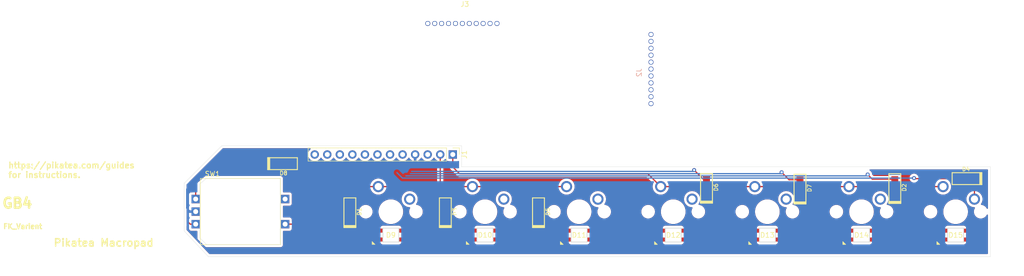
<source format=kicad_pcb>
(kicad_pcb (version 20211014) (generator pcbnew)
  (layers (0 "F.Cu" signal) (31 "B.Cu" signal) (34 "B.Paste" user) (35 "F.Paste" user) (36 "B.SilkS" user "B.Silkscreen") (37 "F.SilkS" user "F.Silkscreen") (38 "B.Mask" user) (39 "F.Mask" user) (44 "Edge.Cuts" user))
  (net 0 "")
  (net 1 "GND")
  (net 2 "/A0")
  (net 3 "/D9")
  (net 4 "/D6")
  (net 5 "/D5")
  (net 6 "/D4")
  (net 7 "/D3")
  (net 8 "/D2")
  (net 9 "/D8")
  (net 10 "/D7")
  (net 11 "Net-(MX1-Pad1)")
  (net 12 "Net-(D2-Pad1)")
  (net 13 "Net-(MX2-Pad1)")
  (net 14 "Net-(D4-Pad1)")
  (net 15 "Net-(MX3-Pad1)")
  (net 16 "Net-(MX4-Pad1)")
  (net 17 "Net-(MX5-Pad1)")
  (net 18 "Net-(SW1-PadS1)")
  (net 32 "Net-(D10-Pad4)")
  (net 33 "/31")
  (net 34 "VCC")
  (net 35 "Net-(D10-Pad1)")
  (net 36 "Net-(D11-Pad1)")
  (net 37 "Net-(D12-Pad1)")
  (net 38 "Net-(D13-Pad1)")
  (net 39 "Net-(D14-Pad1)")
  (footprint "Pikatea Macropad Encoder Side Mount:Encoder-BI_EN11_HSM0E" (layer "F.Cu") (at 100.4 104.9)
    (fp_text reference "SW1" (at -5.658 -7.618) (layer "F.SilkS"))
    (fp_text value "Rotary_Encoder_Switch")
    (fp_line (start -8.1 -6.7) (end 8.1 -6.7) (layer "F.SilkS") (width 0.12))
    (fp_line (start 8.1 6.7) (end -8.1 6.7) (layer "F.SilkS") (width 0.12))
    (fp_line (start 8.1 6.7) (end 8.1 -6.7) (layer "F.SilkS") (width 0.12))
    (fp_line (start -8.1 6.7) (end -8.1 -6.7) (layer "F.SilkS") (width 0.12))
    (pad "A" thru_hole rect locked (at -9.05 2.54) (size 1.7 1.7) (drill 1) (layers *.Cu *.Mask) (net 6 "/D4"))
    (pad "B" thru_hole rect locked (at -9.05 -2.54) (size 1.7 1.7) (drill 1) (layers *.Cu *.Mask) (net 7 "/D3"))
    (pad "C" thru_hole rect locked (at -9.05 0) (size 1.7 1.7) (drill 1) (layers *.Cu *.Mask) (net 1 "GND"))
    (pad "S1" thru_hole rect locked (at 9.05 -2.54) (size 1.7 1.7) (drill 1) (layers *.Cu *.Mask) (net 18 "Net-(SW1-PadS1)"))
    (pad "S2" thru_hole rect locked (at 9.05 2.54) (size 1.7 1.7) (drill 1) (layers *.Cu *.Mask) (net 2 "/A0"))
  )
  (footprint "Pikatea Macropad Encoder Side Mount:Breakaway-Throughole" (layer "F.Cu") (at 183.5 76.15 90)
    (fp_text reference "J2" (at -0.635 -2.413 90) (layer "B.SilkS") (effects (justify mirror)))
    (fp_text value "Conn_01x06_Male")
    (pad "1" thru_hole circle locked (at 5.7 0 90) (size 1 1) (drill 0.75) (layers *.Cu *.Mask))
    (pad "1" thru_hole circle locked (at 1.5 0 90) (size 1 1) (drill 0.75) (layers *.Cu *.Mask))
    (pad "1" thru_hole circle locked (at 4.3 0 90) (size 1 1) (drill 0.75) (layers *.Cu *.Mask))
    (pad "1" thru_hole circle locked (at 7.1 0 90) (size 1 1) (drill 0.75) (layers *.Cu *.Mask))
    (pad "1" thru_hole circle locked (at -6.9 0 90) (size 1 1) (drill 0.75) (layers *.Cu *.Mask))
    (pad "1" thru_hole circle locked (at 2.9 0 90) (size 1 1) (drill 0.75) (layers *.Cu *.Mask))
    (pad "2" thru_hole circle locked (at -1.3 0 90) (size 1 1) (drill 0.75) (layers *.Cu *.Mask))
    (pad "3" thru_hole circle locked (at -2.7 0 90) (size 1 1) (drill 0.75) (layers *.Cu *.Mask))
    (pad "4" thru_hole circle locked (at 0.1 0 90) (size 1 1) (drill 0.75) (layers *.Cu *.Mask))
    (pad "5" thru_hole circle locked (at -4.1 0 90) (size 1 1) (drill 0.75) (layers *.Cu *.Mask))
    (pad "6" thru_hole circle locked (at -5.5 0 90) (size 1 1) (drill 0.75) (layers *.Cu *.Mask))
  )
  (footprint "Connector_PinHeader_2.54mm:PinHeader_1x12_P2.54mm_Vertical" (layer "F.Cu") (at 143.383 93.345 -90)
    (fp_text reference "J1" (at 0 -2.33 90) (layer "F.SilkS"))
    (fp_text value "Conn_01x12_Female")
    (fp_line (start -1.33 1.27) (end 1.33 1.27) (layer "F.SilkS") (width 0.12))
    (fp_line (start -1.33 29.27) (end 1.33 29.27) (layer "F.SilkS") (width 0.12))
    (fp_line (start 1.33 1.27) (end 1.33 29.27) (layer "F.SilkS") (width 0.12))
    (fp_line (start -1.33 1.27) (end -1.33 29.27) (layer "F.SilkS") (width 0.12))
    (fp_line (start -1.33 0) (end -1.33 -1.33) (layer "F.SilkS") (width 0.12))
    (fp_line (start -1.33 -1.33) (end 0 -1.33) (layer "F.SilkS") (width 0.12))
    (pad "1" thru_hole rect locked (at 0 0 270) (size 1.7 1.7) (drill 1) (layers *.Cu *.Mask) (net 9 "/D8"))
    (pad "2" thru_hole oval locked (at 0 2.54 270) (size 1.7 1.7) (drill 1) (layers *.Cu *.Mask) (net 2 "/A0"))
    (pad "3" thru_hole oval locked (at 0 5.08 270) (size 1.7 1.7) (drill 1) (layers *.Cu *.Mask))
    (pad "4" thru_hole oval locked (at 0 7.62 270) (size 1.7 1.7) (drill 1) (layers *.Cu *.Mask) (net 1 "GND"))
    (pad "5" thru_hole oval locked (at 0 10.16 270) (size 1.7 1.7) (drill 1) (layers *.Cu *.Mask) (net 4 "/D6"))
    (pad "6" thru_hole oval locked (at 0 12.7 270) (size 1.7 1.7) (drill 1) (layers *.Cu *.Mask))
    (pad "7" thru_hole oval locked (at 0 15.24 270) (size 1.7 1.7) (drill 1) (layers *.Cu *.Mask) (net 10 "/D7"))
    (pad "8" thru_hole oval locked (at 0 17.78 270) (size 1.7 1.7) (drill 1) (layers *.Cu *.Mask) (net 3 "/D9"))
    (pad "9" thru_hole oval locked (at 0 20.32 270) (size 1.7 1.7) (drill 1) (layers *.Cu *.Mask) (net 5 "/D5"))
    (pad "10" thru_hole oval locked (at 0 22.86 270) (size 1.7 1.7) (drill 1) (layers *.Cu *.Mask) (net 8 "/D2"))
    (pad "11" thru_hole oval locked (at 0 25.4 270) (size 1.7 1.7) (drill 1) (layers *.Cu *.Mask) (net 7 "/D3"))
    (pad "12" thru_hole oval locked (at 0 27.94 270) (size 1.7 1.7) (drill 1) (layers *.Cu *.Mask) (net 6 "/D4"))
  )
  (footprint "keyboard_parts:D_SOD123W_hand" (layer "F.Cu") (at 122.55 104.925 90)
    (fp_text reference "D1" (at 0 1.925 90) (layer "F.SilkS") (effects (font (size 0.8 0.8))))
    (fp_text value "1N4148" hide)
    (fp_line (start -2.8 -1.2) (end -2.8 1.2) (layer "F.SilkS") (width 0.2))
    (fp_line (start 2.8 -1.2) (end 2.8 1.2) (layer "F.SilkS") (width 0.2))
    (fp_line (start -3.2 -1.2) (end 2.8 -1.2) (layer "F.SilkS") (width 0.2))
    (fp_line (start -3.2 1.2) (end -3.2 -1.2) (layer "F.SilkS") (width 0.2))
    (fp_line (start 2.8 1.2) (end -3.2 1.2) (layer "F.SilkS") (width 0.2))
    (fp_line (start -3.075 1.2) (end -3.075 -1.2) (layer "F.SilkS") (width 0.2))
    (fp_line (start -2.925 -1.2) (end -2.925 1.2) (layer "F.SilkS") (width 0.2))
    (pad "1" smd rect locked (at -1.7 0 90) (size 1.2 1.4) (layers "F.Cu" "F.Paste" "F.Mask") (net 11 "Net-(MX1-Pad1)"))
    (pad "2" smd rect locked (at 1.7 0 90) (size 1.2 1.4) (layers "F.Cu" "F.Paste" "F.Mask") (net 5 "/D5"))
  )
  (footprint "keyboard_parts:D_SOD123W_hand" (layer "F.Cu") (at 194.73 99.99 90)
    (fp_text reference "D6" (at 0 1.925 90) (layer "F.SilkS") (effects (font (size 0.8 0.8))))
    (fp_text value "1N4148" hide)
    (fp_line (start -3.2 1.2) (end -3.2 -1.2) (layer "F.SilkS") (width 0.2))
    (fp_line (start 2.8 1.2) (end -3.2 1.2) (layer "F.SilkS") (width 0.2))
    (fp_line (start -2.925 -1.2) (end -2.925 1.2) (layer "F.SilkS") (width 0.2))
    (fp_line (start 2.8 -1.2) (end 2.8 1.2) (layer "F.SilkS") (width 0.2))
    (fp_line (start -3.075 1.2) (end -3.075 -1.2) (layer "F.SilkS") (width 0.2))
    (fp_line (start -3.2 -1.2) (end 2.8 -1.2) (layer "F.SilkS") (width 0.2))
    (fp_line (start -2.8 -1.2) (end -2.8 1.2) (layer "F.SilkS") (width 0.2))
    (pad "1" smd rect locked (at -1.7 0 90) (size 1.2 1.4) (layers "F.Cu" "F.Paste" "F.Mask") (net 16 "Net-(MX4-Pad1)"))
    (pad "2" smd rect locked (at 1.7 0 90) (size 1.2 1.4) (layers "F.Cu" "F.Paste" "F.Mask") (net 10 "/D7"))
  )
  (footprint "keyboard_parts:D_SOD123W_hand" (layer "F.Cu") (at 213.65 100.15 90)
    (fp_text reference "D7" (at 0 1.925 90) (layer "F.SilkS") (effects (font (size 0.8 0.8))))
    (fp_text value "1N4148" hide)
    (fp_line (start -3.2 -1.2) (end 2.8 -1.2) (layer "F.SilkS") (width 0.2))
    (fp_line (start -3.2 1.2) (end -3.2 -1.2) (layer "F.SilkS") (width 0.2))
    (fp_line (start -3.075 1.2) (end -3.075 -1.2) (layer "F.SilkS") (width 0.2))
    (fp_line (start 2.8 -1.2) (end 2.8 1.2) (layer "F.SilkS") (width 0.2))
    (fp_line (start -2.925 -1.2) (end -2.925 1.2) (layer "F.SilkS") (width 0.2))
    (fp_line (start 2.8 1.2) (end -3.2 1.2) (layer "F.SilkS") (width 0.2))
    (fp_line (start -2.8 -1.2) (end -2.8 1.2) (layer "F.SilkS") (width 0.2))
    (pad "1" smd rect locked (at -1.7 0 90) (size 1.2 1.4) (layers "F.Cu" "F.Paste" "F.Mask") (net 17 "Net-(MX5-Pad1)"))
    (pad "2" smd rect locked (at 1.7 0 90) (size 1.2 1.4) (layers "F.Cu" "F.Paste" "F.Mask") (net 8 "/D2"))
  )
  (footprint "keyboard_parts:D_SOD123W_hand" (layer "F.Cu") (at 160.725 104.925 90)
    (fp_text reference "D5" (at 0 1.925 90) (layer "F.SilkS") (effects (font (size 0.8 0.8))))
    (fp_text value "1N4148" hide)
    (fp_line (start 2.8 1.2) (end -3.2 1.2) (layer "F.SilkS") (width 0.2))
    (fp_line (start -3.075 1.2) (end -3.075 -1.2) (layer "F.SilkS") (width 0.2))
    (fp_line (start -3.2 -1.2) (end 2.8 -1.2) (layer "F.SilkS") (width 0.2))
    (fp_line (start -2.8 -1.2) (end -2.8 1.2) (layer "F.SilkS") (width 0.2))
    (fp_line (start -2.925 -1.2) (end -2.925 1.2) (layer "F.SilkS") (width 0.2))
    (fp_line (start 2.8 -1.2) (end 2.8 1.2) (layer "F.SilkS") (width 0.2))
    (fp_line (start -3.2 1.2) (end -3.2 -1.2) (layer "F.SilkS") (width 0.2))
    (pad "1" smd rect locked (at -1.7 0 90) (size 1.2 1.4) (layers "F.Cu" "F.Paste" "F.Mask") (net 15 "Net-(MX3-Pad1)"))
    (pad "2" smd rect locked (at 1.7 0 90) (size 1.2 1.4) (layers "F.Cu" "F.Paste" "F.Mask") (net 10 "/D7"))
  )
  (footprint "Pikatea Macropad Encoder Side Mount:Breakaway-Throughole" (layer "F.Cu") (at 145.225 66.825)
    (fp_text reference "J3" (at 0.6 -3.9) (layer "F.SilkS"))
    (fp_text value "Conn_01x06_Male")
    (pad "1" thru_hole circle locked (at 1.5 0) (size 1 1) (drill 0.75) (layers *.Cu *.Mask))
    (pad "1" thru_hole circle locked (at 7.1 0) (size 1 1) (drill 0.75) (layers *.Cu *.Mask))
    (pad "1" thru_hole circle locked (at 5.7 0) (size 1 1) (drill 0.75) (layers *.Cu *.Mask))
    (pad "1" thru_hole circle locked (at -6.9 0) (size 1 1) (drill 0.75) (layers *.Cu *.Mask))
    (pad "1" thru_hole circle locked (at 4.3 0) (size 1 1) (drill 0.75) (layers *.Cu *.Mask))
    (pad "1" thru_hole circle locked (at 2.9 0) (size 1 1) (drill 0.75) (layers *.Cu *.Mask))
    (pad "2" thru_hole circle locked (at -1.3 0) (size 1 1) (drill 0.75) (layers *.Cu *.Mask))
    (pad "3" thru_hole circle locked (at -2.7 0) (size 1 1) (drill 0.75) (layers *.Cu *.Mask))
    (pad "4" thru_hole circle locked (at 0.1 0) (size 1 1) (drill 0.75) (layers *.Cu *.Mask))
    (pad "5" thru_hole circle locked (at -4.1 0) (size 1 1) (drill 0.75) (layers *.Cu *.Mask))
    (pad "6" thru_hole circle locked (at -5.5 0) (size 1 1) (drill 0.75) (layers *.Cu *.Mask))
  )
  (footprint "keyboard_parts:D_SOD123W_hand" (layer "F.Cu") (at 232.84 100.04 90)
    (fp_text reference "D2" (at 0 1.925 90) (layer "F.SilkS") (effects (font (size 0.8 0.8))))
    (fp_text value "1N4148" hide)
    (fp_line (start -3.2 -1.2) (end 2.8 -1.2) (layer "F.SilkS") (width 0.2))
    (fp_line (start 2.8 1.2) (end -3.2 1.2) (layer "F.SilkS") (width 0.2))
    (fp_line (start -2.925 -1.2) (end -2.925 1.2) (layer "F.SilkS") (width 0.2))
    (fp_line (start -2.8 -1.2) (end -2.8 1.2) (layer "F.SilkS") (width 0.2))
    (fp_line (start -3.075 1.2) (end -3.075 -1.2) (layer "F.SilkS") (width 0.2))
    (fp_line (start -3.2 1.2) (end -3.2 -1.2) (layer "F.SilkS") (width 0.2))
    (fp_line (start 2.8 -1.2) (end 2.8 1.2) (layer "F.SilkS") (width 0.2))
    (pad "1" smd rect locked (at -1.7 0 90) (size 1.2 1.4) (layers "F.Cu" "F.Paste" "F.Mask") (net 12 "Net-(D2-Pad1)"))
    (pad "2" smd rect locked (at 1.7 0 90) (size 1.2 1.4) (layers "F.Cu" "F.Paste" "F.Mask") (net 5 "/D5"))
  )
  (footprint "keyboard_parts:D_SOD123W_hand" (layer "F.Cu") (at 247.25 98.23 180)
    (fp_text reference "D4" (at 0 1.925) (layer "F.SilkS") (effects (font (size 0.8 0.8))))
    (fp_text value "1N4148" hide)
    (fp_line (start -3.2 -1.2) (end 2.8 -1.2) (layer "F.SilkS") (width 0.2))
    (fp_line (start -3.2 1.2) (end -3.2 -1.2) (layer "F.SilkS") (width 0.2))
    (fp_line (start -3.075 1.2) (end -3.075 -1.2) (layer "F.SilkS") (width 0.2))
    (fp_line (start -2.925 -1.2) (end -2.925 1.2) (layer "F.SilkS") (width 0.2))
    (fp_line (start -2.8 -1.2) (end -2.8 1.2) (layer "F.SilkS") (width 0.2))
    (fp_line (start 2.8 -1.2) (end 2.8 1.2) (layer "F.SilkS") (width 0.2))
    (fp_line (start 2.8 1.2) (end -3.2 1.2) (layer "F.SilkS") (width 0.2))
    (pad "1" smd rect locked (at -1.7 0 180) (size 1.2 1.4) (layers "F.Cu" "F.Paste" "F.Mask") (net 14 "Net-(D4-Pad1)"))
    (pad "2" smd rect locked (at 1.7 0 180) (size 1.2 1.4) (layers "F.Cu" "F.Paste" "F.Mask") (net 3 "/D9"))
  )
  (footprint "keyboard_parts:D_SOD123W_hand" (layer "F.Cu") (at 109.125 95.2)
    (fp_text reference "D8" (at 0 1.925) (layer "F.SilkS") (effects (font (size 0.8 0.8))))
    (fp_text value "1N4148" hide)
    (fp_line (start -3.2 -1.2) (end 2.8 -1.2) (layer "F.SilkS") (width 0.2))
    (fp_line (start -2.8 -1.2) (end -2.8 1.2) (layer "F.SilkS") (width 0.2))
    (fp_line (start 2.8 -1.2) (end 2.8 1.2) (layer "F.SilkS") (width 0.2))
    (fp_line (start -3.2 1.2) (end -3.2 -1.2) (layer "F.SilkS") (width 0.2))
    (fp_line (start -2.925 -1.2) (end -2.925 1.2) (layer "F.SilkS") (width 0.2))
    (fp_line (start 2.8 1.2) (end -3.2 1.2) (layer "F.SilkS") (width 0.2))
    (fp_line (start -3.075 1.2) (end -3.075 -1.2) (layer "F.SilkS") (width 0.2))
    (pad "1" smd rect locked (at -1.7 0) (size 1.2 1.4) (layers "F.Cu" "F.Paste" "F.Mask") (net 18 "Net-(SW1-PadS1)"))
    (pad "2" smd rect locked (at 1.7 0) (size 1.2 1.4) (layers "F.Cu" "F.Paste" "F.Mask") (net 8 "/D2"))
  )
  (footprint "keyboard_parts:D_SOD123W_hand" (layer "F.Cu") (at 141.875 104.925 90)
    (fp_text reference "D3" (at 0 1.925 90) (layer "F.SilkS") (effects (font (size 0.8 0.8))))
    (fp_text value "1N4148" hide)
    (fp_line (start -3.2 1.2) (end -3.2 -1.2) (layer "F.SilkS") (width 0.2))
    (fp_line (start -3.2 -1.2) (end 2.8 -1.2) (layer "F.SilkS") (width 0.2))
    (fp_line (start 2.8 -1.2) (end 2.8 1.2) (layer "F.SilkS") (width 0.2))
    (fp_line (start -3.075 1.2) (end -3.075 -1.2) (layer "F.SilkS") (width 0.2))
    (fp_line (start 2.8 1.2) (end -3.2 1.2) (layer "F.SilkS") (width 0.2))
    (fp_line (start -2.925 -1.2) (end -2.925 1.2) (layer "F.SilkS") (width 0.2))
    (fp_line (start -2.8 -1.2) (end -2.8 1.2) (layer "F.SilkS") (width 0.2))
    (pad "1" smd rect locked (at -1.7 0 90) (size 1.2 1.4) (layers "F.Cu" "F.Paste" "F.Mask") (net 13 "Net-(MX2-Pad1)"))
    (pad "2" smd rect locked (at 1.7 0 90) (size 1.2 1.4) (layers "F.Cu" "F.Paste" "F.Mask") (net 3 "/D9"))
  )
  (footprint "MX_Only:MXOnly-1U-SquareCutLED" (layer "B.Cu") (at 130.85 104.92 180)
    (fp_text reference "MX1")
    (fp_text value "MX-LED")
    (fp_line (start 1.6 -3.33) (end 1.6 -6.13) (layer "Edge.Cuts") (width 0.12))
    (fp_line (start -1.6 -3.33) (end 1.6 -3.33) (layer "Edge.Cuts") (width 0.12))
    (fp_line (start -1.6 -6.13) (end 1.6 -6.13) (layer "Edge.Cuts") (width 0.12))
    (fp_line (start -1.6 -3.33) (end -1.6 -6.13) (layer "Edge.Cuts") (width 0.12))
    (pad "" np_thru_hole circle locked (at 5.08 0 131.9004) (size 1.75 1.75) (drill 1.75) (layers *.Cu *.Mask))
    (pad "" np_thru_hole circle locked (at 0 0 180) (size 3.9878 3.9878) (drill 3.9878) (layers *.Cu *.Mask))
    (pad "" np_thru_hole circle locked (at -5.08 0 131.9004) (size 1.75 1.75) (drill 1.75) (layers *.Cu *.Mask))
    (pad "1" thru_hole circle locked (at -3.81 2.54 180) (size 2.25 2.25) (drill 1.47) (layers *.Cu "F.Mask") (net 11 "Net-(MX1-Pad1)"))
    (pad "2" thru_hole circle locked (at 2.54 5.08 180) (size 2.25 2.25) (drill 1.47) (layers *.Cu "F.Mask") (net 2 "/A0"))
  )
  (footprint "MX_Only:MXOnly-1U-SquareCutLED" (layer "B.Cu") (at 149.9 104.92 180)
    (fp_text reference "MX2")
    (fp_text value "MX-LED")
    (fp_line (start -1.6 -6.13) (end 1.6 -6.13) (layer "Edge.Cuts") (width 0.12))
    (fp_line (start -1.6 -3.33) (end -1.6 -6.13) (layer "Edge.Cuts") (width 0.12))
    (fp_line (start -1.6 -3.33) (end 1.6 -3.33) (layer "Edge.Cuts") (width 0.12))
    (fp_line (start 1.6 -3.33) (end 1.6 -6.13) (layer "Edge.Cuts") (width 0.12))
    (pad "" np_thru_hole circle locked (at -5.08 0 131.9004) (size 1.75 1.75) (drill 1.75) (layers *.Cu *.Mask))
    (pad "" np_thru_hole circle locked (at 0 0 180) (size 3.9878 3.9878) (drill 3.9878) (layers *.Cu *.Mask))
    (pad "" np_thru_hole circle locked (at 5.08 0 131.9004) (size 1.75 1.75) (drill 1.75) (layers *.Cu *.Mask))
    (pad "1" thru_hole circle locked (at -3.81 2.54 180) (size 2.25 2.25) (drill 1.47) (layers *.Cu "F.Mask") (net 13 "Net-(MX2-Pad1)"))
    (pad "2" thru_hole circle locked (at 2.54 5.08 180) (size 2.25 2.25) (drill 1.47) (layers *.Cu "F.Mask") (net 2 "/A0"))
  )
  (footprint "MX_Only:MXOnly-1U-SquareCutLED" (layer "B.Cu") (at 168.95 104.92 180)
    (fp_text reference "MX3")
    (fp_text value "MX-LED")
    (fp_line (start -1.6 -3.33) (end -1.6 -6.13) (layer "Edge.Cuts") (width 0.12))
    (fp_line (start -1.6 -3.33) (end 1.6 -3.33) (layer "Edge.Cuts") (width 0.12))
    (fp_line (start -1.6 -6.13) (end 1.6 -6.13) (layer "Edge.Cuts") (width 0.12))
    (fp_line (start 1.6 -3.33) (end 1.6 -6.13) (layer "Edge.Cuts") (width 0.12))
    (pad "" np_thru_hole circle locked (at 5.08 0 131.9004) (size 1.75 1.75) (drill 1.75) (layers *.Cu *.Mask))
    (pad "" np_thru_hole circle locked (at 0 0 180) (size 3.9878 3.9878) (drill 3.9878) (layers *.Cu *.Mask))
    (pad "" np_thru_hole circle locked (at -5.08 0 131.9004) (size 1.75 1.75) (drill 1.75) (layers *.Cu *.Mask))
    (pad "1" thru_hole circle locked (at -3.81 2.54 180) (size 2.25 2.25) (drill 1.47) (layers *.Cu "F.Mask") (net 15 "Net-(MX3-Pad1)"))
    (pad "2" thru_hole circle locked (at 2.54 5.08 180) (size 2.25 2.25) (drill 1.47) (layers *.Cu "F.Mask") (net 2 "/A0"))
  )
  (footprint "MX_Only:MXOnly-1U-SquareCutLED" (layer "B.Cu") (at 188 104.92 180)
    (fp_text reference "MX4")
    (fp_text value "MX-LED")
    (fp_line (start -1.6 -3.33) (end -1.6 -6.13) (layer "Edge.Cuts") (width 0.12))
    (fp_line (start -1.6 -3.33) (end 1.6 -3.33) (layer "Edge.Cuts") (width 0.12))
    (fp_line (start 1.6 -3.33) (end 1.6 -6.13) (layer "Edge.Cuts") (width 0.12))
    (fp_line (start -1.6 -6.13) (end 1.6 -6.13) (layer "Edge.Cuts") (width 0.12))
    (pad "" np_thru_hole circle locked (at 0 0 180) (size 3.9878 3.9878) (drill 3.9878) (layers *.Cu *.Mask))
    (pad "" np_thru_hole circle locked (at -5.08 0 131.9004) (size 1.75 1.75) (drill 1.75) (layers *.Cu *.Mask))
    (pad "" np_thru_hole circle locked (at 5.08 0 131.9004) (size 1.75 1.75) (drill 1.75) (layers *.Cu *.Mask))
    (pad "1" thru_hole circle locked (at -3.81 2.54 180) (size 2.25 2.25) (drill 1.47) (layers *.Cu "F.Mask") (net 16 "Net-(MX4-Pad1)"))
    (pad "2" thru_hole circle locked (at 2.54 5.08 180) (size 2.25 2.25) (drill 1.47) (layers *.Cu "F.Mask") (net 9 "/D8"))
  )
  (footprint "MX_Only:MXOnly-1U-SquareCutLED" (layer "B.Cu") (at 207.05 104.92 180)
    (fp_text reference "MX5")
    (fp_text value "MX-LED")
    (fp_line (start 1.6 -3.33) (end 1.6 -6.13) (layer "Edge.Cuts") (width 0.12))
    (fp_line (start -1.6 -3.33) (end 1.6 -3.33) (layer "Edge.Cuts") (width 0.12))
    (fp_line (start -1.6 -3.33) (end -1.6 -6.13) (layer "Edge.Cuts") (width 0.12))
    (fp_line (start -1.6 -6.13) (end 1.6 -6.13) (layer "Edge.Cuts") (width 0.12))
    (pad "" np_thru_hole circle locked (at -5.08 0 131.9004) (size 1.75 1.75) (drill 1.75) (layers *.Cu *.Mask))
    (pad "" np_thru_hole circle locked (at 0 0 180) (size 3.9878 3.9878) (drill 3.9878) (layers *.Cu *.Mask))
    (pad "" np_thru_hole circle locked (at 5.08 0 131.9004) (size 1.75 1.75) (drill 1.75) (layers *.Cu *.Mask))
    (pad "1" thru_hole circle locked (at -3.81 2.54 180) (size 2.25 2.25) (drill 1.47) (layers *.Cu "F.Mask") (net 17 "Net-(MX5-Pad1)"))
    (pad "2" thru_hole circle locked (at 2.54 5.08 180) (size 2.25 2.25) (drill 1.47) (layers *.Cu "F.Mask") (net 9 "/D8"))
  )
  (footprint "Pikatea:TONYU-DY-S352818-RGBC" (layer "B.Cu") (at 226.11 109.66)
    (fp_text reference "D14" (at 0 0) (layer "F.SilkS"))
    (fp_text value "APA-106-F5")
    (fp_poly (pts (xy -3.8 1.3) (xy -3.8 1.9) (xy -3.2 1.9)) (layer "F.SilkS") (width 0.1) (fill solid))
    (pad "1" smd rect locked (at 2.6 0.9) (size 1.8 0.82) (layers "F.Cu" "F.Paste" "F.Mask") (net 39 "Net-(D14-Pad1)"))
    (pad "2" smd rect locked (at -2.6 0.9 180) (size 1.8 0.82) (layers "F.Cu" "F.Paste" "F.Mask") (net 1 "GND"))
    (pad "3" smd rect locked (at 2.6 -0.9) (size 1.8 0.82) (layers "F.Cu" "F.Paste" "F.Mask") (net 34 "VCC"))
    (pad "4" smd rect locked (at -2.6 -0.9 180) (size 1.8 0.82) (layers "F.Cu" "F.Paste" "F.Mask") (net 38 "Net-(D13-Pad1)"))
  )
  (footprint "Pikatea:TONYU-DY-S352818-RGBC" (layer "B.Cu") (at 130.85 109.65)
    (fp_text reference "D9" (at 0 0) (layer "F.SilkS"))
    (fp_text value "APA-106-F5")
    (fp_poly (pts (xy -3.8 1.3) (xy -3.8 1.9) (xy -3.2 1.9)) (layer "F.SilkS") (width 0.1) (fill solid))
    (pad "1" smd rect locked (at 2.6 0.9) (size 1.8 0.82) (layers "F.Cu" "F.Paste" "F.Mask") (net 32 "Net-(D10-Pad4)"))
    (pad "2" smd rect locked (at -2.6 0.9 180) (size 1.8 0.82) (layers "F.Cu" "F.Paste" "F.Mask") (net 1 "GND"))
    (pad "3" smd rect locked (at 2.6 -0.9) (size 1.8 0.82) (layers "F.Cu" "F.Paste" "F.Mask") (net 34 "VCC"))
    (pad "4" smd rect locked (at -2.6 -0.9 180) (size 1.8 0.82) (layers "F.Cu" "F.Paste" "F.Mask") (net 33 "/31"))
  )
  (footprint "MX_Only:MXOnly-1U-SquareCutLED" (layer "B.Cu") (at 245.15 104.92 180)
    (fp_text reference "MX7")
    (fp_text value "MX-LED")
    (fp_line (start -1.6 -3.33) (end 1.6 -3.33) (layer "Edge.Cuts") (width 0.12))
    (fp_line (start -1.6 -6.13) (end 1.6 -6.13) (layer "Edge.Cuts") (width 0.12))
    (fp_line (start 1.6 -3.33) (end 1.6 -6.13) (layer "Edge.Cuts") (width 0.12))
    (fp_line (start -1.6 -3.33) (end -1.6 -6.13) (layer "Edge.Cuts") (width 0.12))
    (pad "" np_thru_hole circle (at 5.08 0 131.9004) (size 1.75 1.75) (drill 1.75) (layers *.Cu *.Mask))
    (pad "" np_thru_hole circle (at 0 0 180) (size 3.9878 3.9878) (drill 3.9878) (layers *.Cu *.Mask))
    (pad "" np_thru_hole circle (at -5.08 0 131.9004) (size 1.75 1.75) (drill 1.75) (layers *.Cu *.Mask))
    (pad "1" thru_hole circle (at -3.81 2.54 180) (size 2.25 2.25) (drill 1.47) (layers *.Cu "F.Mask") (net 14 "Net-(D4-Pad1)"))
    (pad "2" thru_hole circle (at 2.54 5.08 180) (size 2.25 2.25) (drill 1.47) (layers *.Cu "F.Mask") (net 9 "/D8"))
  )
  (footprint "Pikatea:TONYU-DY-S352818-RGBC" (layer "B.Cu") (at 207.05 109.66)
    (fp_text reference "D13" (at 0 0) (layer "F.SilkS"))
    (fp_text value "APA-106-F5")
    (fp_poly (pts (xy -3.8 1.3) (xy -3.8 1.9) (xy -3.2 1.9)) (layer "F.SilkS") (width 0.1) (fill solid))
    (pad "1" smd rect locked (at 2.6 0.9) (size 1.8 0.82) (layers "F.Cu" "F.Paste" "F.Mask") (net 38 "Net-(D13-Pad1)"))
    (pad "2" smd rect locked (at -2.6 0.9 180) (size 1.8 0.82) (layers "F.Cu" "F.Paste" "F.Mask") (net 1 "GND"))
    (pad "3" smd rect locked (at 2.6 -0.9) (size 1.8 0.82) (layers "F.Cu" "F.Paste" "F.Mask") (net 34 "VCC"))
    (pad "4" smd rect locked (at -2.6 -0.9 180) (size 1.8 0.82) (layers "F.Cu" "F.Paste" "F.Mask") (net 37 "Net-(D12-Pad1)"))
  )
  (footprint "Pikatea:TONYU-DY-S352818-RGBC" (layer "B.Cu") (at 168.945 109.66)
    (fp_text reference "D11" (at 0 0) (layer "F.SilkS"))
    (fp_text value "APA-106-F5")
    (fp_poly (pts (xy -3.8 1.3) (xy -3.8 1.9) (xy -3.2 1.9)) (layer "F.SilkS") (width 0.1) (fill solid))
    (pad "1" smd rect locked (at 2.6 0.9) (size 1.8 0.82) (layers "F.Cu" "F.Paste" "F.Mask") (net 36 "Net-(D11-Pad1)"))
    (pad "2" smd rect locked (at -2.6 0.9 180) (size 1.8 0.82) (layers "F.Cu" "F.Paste" "F.Mask") (net 1 "GND"))
    (pad "3" smd rect locked (at 2.6 -0.9) (size 1.8 0.82) (layers "F.Cu" "F.Paste" "F.Mask") (net 34 "VCC"))
    (pad "4" smd rect locked (at -2.6 -0.9 180) (size 1.8 0.82) (layers "F.Cu" "F.Paste" "F.Mask") (net 35 "Net-(D10-Pad1)"))
  )
  (footprint "Pikatea:TONYU-DY-S352818-RGBC" (layer "B.Cu") (at 245.15 109.66)
    (fp_text reference "D15" (at 0 0) (layer "F.SilkS"))
    (fp_text value "APA-106-F5")
    (fp_poly (pts (xy -3.8 1.3) (xy -3.8 1.9) (xy -3.2 1.9)) (layer "F.SilkS") (width 0.1) (fill solid))
    (pad "1" smd rect locked (at 2.6 0.9) (size 1.8 0.82) (layers "F.Cu" "F.Paste" "F.Mask"))
    (pad "2" smd rect locked (at -2.6 0.9 180) (size 1.8 0.82) (layers "F.Cu" "F.Paste" "F.Mask") (net 1 "GND"))
    (pad "3" smd rect locked (at 2.6 -0.9) (size 1.8 0.82) (layers "F.Cu" "F.Paste" "F.Mask") (net 34 "VCC"))
    (pad "4" smd rect locked (at -2.6 -0.9 180) (size 1.8 0.82) (layers "F.Cu" "F.Paste" "F.Mask") (net 39 "Net-(D14-Pad1)"))
  )
  (footprint "Pikatea:TONYU-DY-S352818-RGBC" (layer "B.Cu") (at 149.9 109.65)
    (fp_text reference "D10" (at 0 0) (layer "F.SilkS"))
    (fp_text value "APA-106-F5")
    (fp_poly (pts (xy -3.8 1.3) (xy -3.8 1.9) (xy -3.2 1.9)) (layer "F.SilkS") (width 0.1) (fill solid))
    (pad "1" smd rect locked (at 2.6 0.9) (size 1.8 0.82) (layers "F.Cu" "F.Paste" "F.Mask") (net 35 "Net-(D10-Pad1)"))
    (pad "2" smd rect locked (at -2.6 0.9 180) (size 1.8 0.82) (layers "F.Cu" "F.Paste" "F.Mask") (net 1 "GND"))
    (pad "3" smd rect locked (at 2.6 -0.9) (size 1.8 0.82) (layers "F.Cu" "F.Paste" "F.Mask") (net 34 "VCC"))
    (pad "4" smd rect locked (at -2.6 -0.9 180) (size 1.8 0.82) (layers "F.Cu" "F.Paste" "F.Mask") (net 32 "Net-(D10-Pad4)"))
  )
  (footprint "Pikatea:TONYU-DY-S352818-RGBC" (layer "B.Cu") (at 188 109.66)
    (fp_text reference "D12" (at 0 0) (layer "F.SilkS"))
    (fp_text value "APA-106-F5")
    (fp_poly (pts (xy -3.8 1.3) (xy -3.8 1.9) (xy -3.2 1.9)) (layer "F.SilkS") (width 0.1) (fill solid))
    (pad "1" smd rect locked (at 2.6 0.9) (size 1.8 0.82) (layers "F.Cu" "F.Paste" "F.Mask") (net 37 "Net-(D12-Pad1)"))
    (pad "2" smd rect locked (at -2.6 0.9 180) (size 1.8 0.82) (layers "F.Cu" "F.Paste" "F.Mask") (net 1 "GND"))
    (pad "3" smd rect locked (at 2.6 -0.9) (size 1.8 0.82) (layers "F.Cu" "F.Paste" "F.Mask") (net 34 "VCC"))
    (pad "4" smd rect locked (at -2.6 -0.9 180) (size 1.8 0.82) (layers "F.Cu" "F.Paste" "F.Mask") (net 36 "Net-(D11-Pad1)"))
  )
  (footprint "MX_Only:MXOnly-1U-SquareCutLED" (layer "B.Cu") (at 226.1 104.92 180)
    (fp_text reference "MX6")
    (fp_text value "MX-LED")
    (fp_line (start -1.6 -3.33) (end 1.6 -3.33) (layer "Edge.Cuts") (width 0.12))
    (fp_line (start 1.6 -3.33) (end 1.6 -6.13) (layer "Edge.Cuts") (width 0.12))
    (fp_line (start -1.6 -3.33) (end -1.6 -6.13) (layer "Edge.Cuts") (width 0.12))
    (fp_line (start -1.6 -6.13) (end 1.6 -6.13) (layer "Edge.Cuts") (width 0.12))
    (pad "" np_thru_hole circle (at 0 0 180) (size 3.9878 3.9878) (drill 3.9878) (layers *.Cu *.Mask))
    (pad "" np_thru_hole circle (at -5.08 0 131.9004) (size 1.75 1.75) (drill 1.75) (layers *.Cu *.Mask))
    (pad "" np_thru_hole circle (at 5.08 0 131.9004) (size 1.75 1.75) (drill 1.75) (layers *.Cu *.Mask))
    (pad "1" thru_hole circle (at -3.81 2.54 180) (size 2.25 2.25) (drill 1.47) (layers *.Cu "F.Mask") (net 12 "Net-(D2-Pad1)"))
    (pad "2" thru_hole circle (at 2.54 5.08 180) (size 2.25 2.25) (drill 1.47) (layers *.Cu "F.Mask") (net 9 "/D8"))
  )
  (gr_line (start 89 99.2) (end 89 108.8) (layer "Edge.Cuts") (width 0.05))
  (gr_line (start 93.6 111.6) (end 108.5 111.6) (layer "Edge.Cuts") (width 0.05))
  (gr_line (start 252.2 114) (end 93.9 114) (layer "Edge.Cuts") (width 0.05))
  (gr_line (start 92.202 99.314) (end 93.472 98.2) (layer "Edge.Cuts") (width 0.05))
  (gr_line (start 89 99.2) (end 96.647 91.567) (layer "Edge.Cuts") (width 0.05))
  (gr_line (start 145.161 91.567) (end 145.16 95.85) (layer "Edge.Cuts") (width 0.05))
  (gr_line (start 92.202 99.314) (end 92.202 110.236) (layer "Edge.Cuts") (width 0.05))
  (gr_line (start 252.2 114) (end 252.199 95.85) (layer "Edge.Cuts") (width 0.05))
  (gr_line (start 89 108.8) (end 93.9 114) (layer "Edge.Cuts") (width 0.05))
  (gr_line (start 108.5 111.6) (end 108.5 98.2) (layer "Edge.Cuts") (width 0.05))
  (gr_line (start 108.5 98.2) (end 93.472 98.2) (layer "Edge.Cuts") (width 0.05))
  (gr_line (start 92.202 110.236) (end 93.6 111.6) (layer "Edge.Cuts") (width 0.05))
  (gr_line (start 145.161 91.567) (end 96.647 91.567) (layer "Edge.Cuts") (width 0.05))
  (gr_line (start 145.16 95.85) (end 252.199 95.85) (layer "Edge.Cuts") (width 0.05))
  (gr_text "https://pikatea.com/guides \nfor instructions." (at 53.3 96.5) (layer "F.SilkS") (effects (font (size 1.2 1.2) (thickness 0.25)) (justify left)))
  (gr_text "GB4" (at 55.25 103.2) (layer "F.SilkS") (effects (font (size 2 2) (thickness 0.5))))
  (gr_text "Pikatea Macropad" (at 62.45 111.2) (layer "F.SilkS") (effects (font (size 1.5 1.5) (thickness 0.3)) (justify left)))
  (gr_text "FK_Varient" (at 56.35 107.9) (layer "F.SilkS") (effects (font (size 1 1) (thickness 0.25))))
  (segment (start 89.535 100.33) (end 89.535 104.185) (width 0.25) (layer "B.Cu") (net 1))
  (segment (start 89.535 104.185) (end 90.25 104.9) (width 0.25) (layer "B.Cu") (net 1))
  (segment (start 90.25 104.9) (end 91.35 104.9) (width 0.25) (layer "B.Cu") (net 1))
  (segment (start 119.14 99.84) (end 111.54 107.44) (width 0.25) (layer "F.Cu") (net 2))
  (segment (start 143.38 99.84) (end 140.84 99.84) (width 0.25) (layer "F.Cu") (net 2))
  (segment (start 140.843 99.837) (end 140.84 99.84) (width 0.25) (layer "F.Cu") (net 2))
  (segment (start 111.54 107.44) (end 109.45 107.44) (width 0.25) (layer "F.Cu") (net 2))
  (segment (start 166.41 99.84) (end 143.38 99.84) (width 0.25) (layer "F.Cu") (net 2))
  (segment (start 140.84 99.84) (end 119.14 99.84) (width 0.25) (layer "F.Cu") (net 2))
  (segment (start 140.843 93.345) (end 140.843 99.837) (width 0.25) (layer "F.Cu") (net 2))
  (segment (start 143.383 99.837) (end 143.38 99.84) (width 0.25) (layer "F.Cu") (net 2))
  (segment (start 236.84 98.23) (end 236.73 98.12) (width 0.25) (layer "F.Cu") (net 3))
  (segment (start 245.55 98.23) (end 236.84 98.23) (width 0.25) (layer "F.Cu") (net 3))
  (via (at 236.73 98.12) (size 0.8) (drill 0.4) (layers "F.Cu" "B.Cu") (net 3))
  (segment (start 236.73 98.12) (end 133.19 98.12) (width 0.25) (layer "B.Cu") (net 3))
  (segment (start 133.19 98.12) (end 132.08 97.01) (width 0.25) (layer "B.Cu") (net 3))
  (segment (start 232.84 98.34) (end 228.2945 98.34) (width 0.25) (layer "F.Cu") (net 5))
  (segment (start 228.2945 98.34) (end 227.35 97.3955) (width 0.25) (layer "F.Cu") (net 5))
  (via (at 227.35 97.3955) (size 0.8) (drill 0.4) (layers "F.Cu" "B.Cu") (net 5))
  (segment (start 227.07502 97.67048) (end 133.89 97.67048) (width 0.25) (layer "B.Cu") (net 5))
  (segment (start 227.35 97.3955) (end 227.07502 97.67048) (width 0.25) (layer "B.Cu") (net 5))
  (segment (start 91.35 107.44) (end 90.25 107.44) (width 0.25) (layer "F.Cu") (net 6))
  (segment (start 90.25 107.44) (end 89.662 106.852) (width 0.25) (layer "F.Cu") (net 6))
  (segment (start 89.662 106.852) (end 89.662 99.441) (width 0.25) (layer "F.Cu") (net 6))
  (segment (start 91.35 102.36) (end 91.35 99.277) (width 0.25) (layer "F.Cu") (net 7))
  (segment (start 213.65 98.45) (end 211.43402 98.45) (width 0.25) (layer "F.Cu") (net 8))
  (segment (start 211.43402 98.45) (end 209.93 96.94598) (width 0.25) (layer "F.Cu") (net 8))
  (via (at 209.93 96.94598) (size 0.8) (drill 0.4) (layers "F.Cu" "B.Cu") (net 8))
  (segment (start 209.65502 97.22096) (end 134.81 97.22096) (width 0.25) (layer "B.Cu") (net 8))
  (segment (start 209.93 96.94598) (end 209.65502 97.22096) (width 0.25) (layer "B.Cu") (net 8))
  (segment (start 143.383 95.873) (end 143.383 93.345) (width 0.25) (layer "F.Cu") (net 9))
  (segment (start 144.78 97.27) (end 143.383 95.873) (width 0.25) (layer "F.Cu") (net 9))
  (segment (start 185.46 99.84) (end 182.89 97.27) (width 0.25) (layer "F.Cu") (net 9))
  (segment (start 185.46 99.84) (end 242.61 99.84) (width 0.25) (layer "F.Cu") (net 9))
  (segment (start 182.89 97.27) (end 144.78 97.27) (width 0.25) (layer "F.Cu") (net 9))
  (segment (start 194.73 98.29) (end 194.02354 98.29) (width 0.25) (layer "F.Cu") (net 10))
  (segment (start 194.02354 98.29) (end 192.23 96.49646) (width 0.25) (layer "F.Cu") (net 10))
  (via (at 192.23 96.49646) (size 0.8) (drill 0.4) (layers "F.Cu" "B.Cu") (net 10))
  (segment (start 192.23 96.49646) (end 191.95502 96.77144) (width 0.25) (layer "B.Cu") (net 10))
  (segment (start 191.95502 96.77144) (end 135.04 96.77144) (width 0.25) (layer "B.Cu") (net 10))
  (segment (start 248.96 102.38) (end 248.96 98.24) (width 0.25) (layer "F.Cu") (net 14))
  (segment (start 248.96 98.24) (end 248.95 98.23) (width 0.25) (layer "F.Cu") (net 14))
  (zone (net 1) (net_name "GND") (layer "F.Cu") (connect_pads (clearance 0.508)) (min_thickness 0.254) (fill yes (thermal_gap 0.508) (thermal_bridge_width 0.508))
    (polygon (pts (xy 259 118) (xy 85.7 118) (xy 85.8 86.2) (xy 259 86.2)))
  )
  (zone (net 1) (net_name "GND") (layer "B.Cu") (connect_pads (clearance 0.508)) (min_thickness 0.254) (fill yes (thermal_gap 0.508) (thermal_bridge_width 0.508))
    (polygon (pts (xy 259 118) (xy 85.7 118) (xy 85.8 86.2) (xy 259 86.2)))
  )
)
</source>
